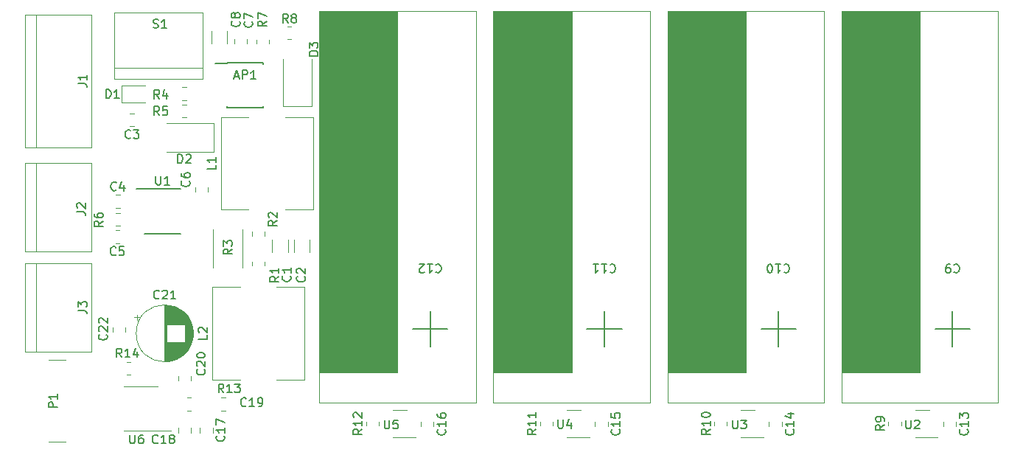
<source format=gbr>
%TF.GenerationSoftware,KiCad,Pcbnew,(6.0.7)*%
%TF.CreationDate,2022-08-08T03:33:59+08:00*%
%TF.ProjectId,Solar Charger,536f6c61-7220-4436-9861-726765722e6b,rev?*%
%TF.SameCoordinates,Original*%
%TF.FileFunction,Legend,Top*%
%TF.FilePolarity,Positive*%
%FSLAX46Y46*%
G04 Gerber Fmt 4.6, Leading zero omitted, Abs format (unit mm)*
G04 Created by KiCad (PCBNEW (6.0.7)) date 2022-08-08 03:33:59*
%MOMM*%
%LPD*%
G01*
G04 APERTURE LIST*
%ADD10C,0.150000*%
%ADD11C,0.120000*%
%ADD12C,0.200000*%
G04 APERTURE END LIST*
D10*
%TO.C,P1*%
X77902380Y-101988095D02*
X76902380Y-101988095D01*
X76902380Y-101607142D01*
X76950000Y-101511904D01*
X76997619Y-101464285D01*
X77092857Y-101416666D01*
X77235714Y-101416666D01*
X77330952Y-101464285D01*
X77378571Y-101511904D01*
X77426190Y-101607142D01*
X77426190Y-101988095D01*
X77902380Y-100464285D02*
X77902380Y-101035714D01*
X77902380Y-100750000D02*
X76902380Y-100750000D01*
X77045238Y-100845238D01*
X77140476Y-100940476D01*
X77188095Y-101035714D01*
%TO.C,R13*%
X97007142Y-100302380D02*
X96673809Y-99826190D01*
X96435714Y-100302380D02*
X96435714Y-99302380D01*
X96816666Y-99302380D01*
X96911904Y-99350000D01*
X96959523Y-99397619D01*
X97007142Y-99492857D01*
X97007142Y-99635714D01*
X96959523Y-99730952D01*
X96911904Y-99778571D01*
X96816666Y-99826190D01*
X96435714Y-99826190D01*
X97959523Y-100302380D02*
X97388095Y-100302380D01*
X97673809Y-100302380D02*
X97673809Y-99302380D01*
X97578571Y-99445238D01*
X97483333Y-99540476D01*
X97388095Y-99588095D01*
X98292857Y-99302380D02*
X98911904Y-99302380D01*
X98578571Y-99683333D01*
X98721428Y-99683333D01*
X98816666Y-99730952D01*
X98864285Y-99778571D01*
X98911904Y-99873809D01*
X98911904Y-100111904D01*
X98864285Y-100207142D01*
X98816666Y-100254761D01*
X98721428Y-100302380D01*
X98435714Y-100302380D01*
X98340476Y-100254761D01*
X98292857Y-100207142D01*
%TO.C,C14*%
X162449642Y-104542857D02*
X162497261Y-104590476D01*
X162544880Y-104733333D01*
X162544880Y-104828571D01*
X162497261Y-104971428D01*
X162402023Y-105066666D01*
X162306785Y-105114285D01*
X162116309Y-105161904D01*
X161973452Y-105161904D01*
X161782976Y-105114285D01*
X161687738Y-105066666D01*
X161592500Y-104971428D01*
X161544880Y-104828571D01*
X161544880Y-104733333D01*
X161592500Y-104590476D01*
X161640119Y-104542857D01*
X162544880Y-103590476D02*
X162544880Y-104161904D01*
X162544880Y-103876190D02*
X161544880Y-103876190D01*
X161687738Y-103971428D01*
X161782976Y-104066666D01*
X161830595Y-104161904D01*
X161878214Y-102733333D02*
X162544880Y-102733333D01*
X161497261Y-102971428D02*
X162211547Y-103209523D01*
X162211547Y-102590476D01*
%TO.C,C15*%
X142449642Y-104542857D02*
X142497261Y-104590476D01*
X142544880Y-104733333D01*
X142544880Y-104828571D01*
X142497261Y-104971428D01*
X142402023Y-105066666D01*
X142306785Y-105114285D01*
X142116309Y-105161904D01*
X141973452Y-105161904D01*
X141782976Y-105114285D01*
X141687738Y-105066666D01*
X141592500Y-104971428D01*
X141544880Y-104828571D01*
X141544880Y-104733333D01*
X141592500Y-104590476D01*
X141640119Y-104542857D01*
X142544880Y-103590476D02*
X142544880Y-104161904D01*
X142544880Y-103876190D02*
X141544880Y-103876190D01*
X141687738Y-103971428D01*
X141782976Y-104066666D01*
X141830595Y-104161904D01*
X141544880Y-102685714D02*
X141544880Y-103161904D01*
X142021071Y-103209523D01*
X141973452Y-103161904D01*
X141925833Y-103066666D01*
X141925833Y-102828571D01*
X141973452Y-102733333D01*
X142021071Y-102685714D01*
X142116309Y-102638095D01*
X142354404Y-102638095D01*
X142449642Y-102685714D01*
X142497261Y-102733333D01*
X142544880Y-102828571D01*
X142544880Y-103066666D01*
X142497261Y-103161904D01*
X142449642Y-103209523D01*
%TO.C,U6*%
X86238095Y-105152380D02*
X86238095Y-105961904D01*
X86285714Y-106057142D01*
X86333333Y-106104761D01*
X86428571Y-106152380D01*
X86619047Y-106152380D01*
X86714285Y-106104761D01*
X86761904Y-106057142D01*
X86809523Y-105961904D01*
X86809523Y-105152380D01*
X87714285Y-105152380D02*
X87523809Y-105152380D01*
X87428571Y-105200000D01*
X87380952Y-105247619D01*
X87285714Y-105390476D01*
X87238095Y-105580952D01*
X87238095Y-105961904D01*
X87285714Y-106057142D01*
X87333333Y-106104761D01*
X87428571Y-106152380D01*
X87619047Y-106152380D01*
X87714285Y-106104761D01*
X87761904Y-106057142D01*
X87809523Y-105961904D01*
X87809523Y-105723809D01*
X87761904Y-105628571D01*
X87714285Y-105580952D01*
X87619047Y-105533333D01*
X87428571Y-105533333D01*
X87333333Y-105580952D01*
X87285714Y-105628571D01*
X87238095Y-105723809D01*
%TO.C,R2*%
X103152380Y-80566666D02*
X102676190Y-80900000D01*
X103152380Y-81138095D02*
X102152380Y-81138095D01*
X102152380Y-80757142D01*
X102200000Y-80661904D01*
X102247619Y-80614285D01*
X102342857Y-80566666D01*
X102485714Y-80566666D01*
X102580952Y-80614285D01*
X102628571Y-80661904D01*
X102676190Y-80757142D01*
X102676190Y-81138095D01*
X102247619Y-80185714D02*
X102200000Y-80138095D01*
X102152380Y-80042857D01*
X102152380Y-79804761D01*
X102200000Y-79709523D01*
X102247619Y-79661904D01*
X102342857Y-79614285D01*
X102438095Y-79614285D01*
X102580952Y-79661904D01*
X103152380Y-80233333D01*
X103152380Y-79614285D01*
%TO.C,C10*%
X161392857Y-85642857D02*
X161440476Y-85595238D01*
X161583333Y-85547619D01*
X161678571Y-85547619D01*
X161821428Y-85595238D01*
X161916666Y-85690476D01*
X161964285Y-85785714D01*
X162011904Y-85976190D01*
X162011904Y-86119047D01*
X161964285Y-86309523D01*
X161916666Y-86404761D01*
X161821428Y-86500000D01*
X161678571Y-86547619D01*
X161583333Y-86547619D01*
X161440476Y-86500000D01*
X161392857Y-86452380D01*
X160440476Y-85547619D02*
X161011904Y-85547619D01*
X160726190Y-85547619D02*
X160726190Y-86547619D01*
X160821428Y-86404761D01*
X160916666Y-86309523D01*
X161011904Y-86261904D01*
X159821428Y-86547619D02*
X159726190Y-86547619D01*
X159630952Y-86500000D01*
X159583333Y-86452380D01*
X159535714Y-86357142D01*
X159488095Y-86166666D01*
X159488095Y-85928571D01*
X159535714Y-85738095D01*
X159583333Y-85642857D01*
X159630952Y-85595238D01*
X159726190Y-85547619D01*
X159821428Y-85547619D01*
X159916666Y-85595238D01*
X159964285Y-85642857D01*
X160011904Y-85738095D01*
X160059523Y-85928571D01*
X160059523Y-86166666D01*
X160011904Y-86357142D01*
X159964285Y-86452380D01*
X159916666Y-86500000D01*
X159821428Y-86547619D01*
%TO.C,J2*%
X80152380Y-79533333D02*
X80866666Y-79533333D01*
X81009523Y-79580952D01*
X81104761Y-79676190D01*
X81152380Y-79819047D01*
X81152380Y-79914285D01*
X80247619Y-79104761D02*
X80200000Y-79057142D01*
X80152380Y-78961904D01*
X80152380Y-78723809D01*
X80200000Y-78628571D01*
X80247619Y-78580952D01*
X80342857Y-78533333D01*
X80438095Y-78533333D01*
X80580952Y-78580952D01*
X81152380Y-79152380D01*
X81152380Y-78533333D01*
%TO.C,C11*%
X141392857Y-85642857D02*
X141440476Y-85595238D01*
X141583333Y-85547619D01*
X141678571Y-85547619D01*
X141821428Y-85595238D01*
X141916666Y-85690476D01*
X141964285Y-85785714D01*
X142011904Y-85976190D01*
X142011904Y-86119047D01*
X141964285Y-86309523D01*
X141916666Y-86404761D01*
X141821428Y-86500000D01*
X141678571Y-86547619D01*
X141583333Y-86547619D01*
X141440476Y-86500000D01*
X141392857Y-86452380D01*
X140440476Y-85547619D02*
X141011904Y-85547619D01*
X140726190Y-85547619D02*
X140726190Y-86547619D01*
X140821428Y-86404761D01*
X140916666Y-86309523D01*
X141011904Y-86261904D01*
X139488095Y-85547619D02*
X140059523Y-85547619D01*
X139773809Y-85547619D02*
X139773809Y-86547619D01*
X139869047Y-86404761D01*
X139964285Y-86309523D01*
X140059523Y-86261904D01*
%TO.C,R3*%
X98002380Y-83816666D02*
X97526190Y-84150000D01*
X98002380Y-84388095D02*
X97002380Y-84388095D01*
X97002380Y-84007142D01*
X97050000Y-83911904D01*
X97097619Y-83864285D01*
X97192857Y-83816666D01*
X97335714Y-83816666D01*
X97430952Y-83864285D01*
X97478571Y-83911904D01*
X97526190Y-84007142D01*
X97526190Y-84388095D01*
X97002380Y-83483333D02*
X97002380Y-82864285D01*
X97383333Y-83197619D01*
X97383333Y-83054761D01*
X97430952Y-82959523D01*
X97478571Y-82911904D01*
X97573809Y-82864285D01*
X97811904Y-82864285D01*
X97907142Y-82911904D01*
X97954761Y-82959523D01*
X98002380Y-83054761D01*
X98002380Y-83340476D01*
X97954761Y-83435714D01*
X97907142Y-83483333D01*
%TO.C,U2*%
X175388095Y-103452380D02*
X175388095Y-104261904D01*
X175435714Y-104357142D01*
X175483333Y-104404761D01*
X175578571Y-104452380D01*
X175769047Y-104452380D01*
X175864285Y-104404761D01*
X175911904Y-104357142D01*
X175959523Y-104261904D01*
X175959523Y-103452380D01*
X176388095Y-103547619D02*
X176435714Y-103500000D01*
X176530952Y-103452380D01*
X176769047Y-103452380D01*
X176864285Y-103500000D01*
X176911904Y-103547619D01*
X176959523Y-103642857D01*
X176959523Y-103738095D01*
X176911904Y-103880952D01*
X176340476Y-104452380D01*
X176959523Y-104452380D01*
%TO.C,U3*%
X155488095Y-103452380D02*
X155488095Y-104261904D01*
X155535714Y-104357142D01*
X155583333Y-104404761D01*
X155678571Y-104452380D01*
X155869047Y-104452380D01*
X155964285Y-104404761D01*
X156011904Y-104357142D01*
X156059523Y-104261904D01*
X156059523Y-103452380D01*
X156440476Y-103452380D02*
X157059523Y-103452380D01*
X156726190Y-103833333D01*
X156869047Y-103833333D01*
X156964285Y-103880952D01*
X157011904Y-103928571D01*
X157059523Y-104023809D01*
X157059523Y-104261904D01*
X157011904Y-104357142D01*
X156964285Y-104404761D01*
X156869047Y-104452380D01*
X156583333Y-104452380D01*
X156488095Y-104404761D01*
X156440476Y-104357142D01*
%TO.C,C19*%
X99607142Y-101807142D02*
X99559523Y-101854761D01*
X99416666Y-101902380D01*
X99321428Y-101902380D01*
X99178571Y-101854761D01*
X99083333Y-101759523D01*
X99035714Y-101664285D01*
X98988095Y-101473809D01*
X98988095Y-101330952D01*
X99035714Y-101140476D01*
X99083333Y-101045238D01*
X99178571Y-100950000D01*
X99321428Y-100902380D01*
X99416666Y-100902380D01*
X99559523Y-100950000D01*
X99607142Y-100997619D01*
X100559523Y-101902380D02*
X99988095Y-101902380D01*
X100273809Y-101902380D02*
X100273809Y-100902380D01*
X100178571Y-101045238D01*
X100083333Y-101140476D01*
X99988095Y-101188095D01*
X101035714Y-101902380D02*
X101226190Y-101902380D01*
X101321428Y-101854761D01*
X101369047Y-101807142D01*
X101464285Y-101664285D01*
X101511904Y-101473809D01*
X101511904Y-101092857D01*
X101464285Y-100997619D01*
X101416666Y-100950000D01*
X101321428Y-100902380D01*
X101130952Y-100902380D01*
X101035714Y-100950000D01*
X100988095Y-100997619D01*
X100940476Y-101092857D01*
X100940476Y-101330952D01*
X100988095Y-101426190D01*
X101035714Y-101473809D01*
X101130952Y-101521428D01*
X101321428Y-101521428D01*
X101416666Y-101473809D01*
X101464285Y-101426190D01*
X101511904Y-101330952D01*
%TO.C,R6*%
X83152380Y-80616666D02*
X82676190Y-80950000D01*
X83152380Y-81188095D02*
X82152380Y-81188095D01*
X82152380Y-80807142D01*
X82200000Y-80711904D01*
X82247619Y-80664285D01*
X82342857Y-80616666D01*
X82485714Y-80616666D01*
X82580952Y-80664285D01*
X82628571Y-80711904D01*
X82676190Y-80807142D01*
X82676190Y-81188095D01*
X82152380Y-79759523D02*
X82152380Y-79950000D01*
X82200000Y-80045238D01*
X82247619Y-80092857D01*
X82390476Y-80188095D01*
X82580952Y-80235714D01*
X82961904Y-80235714D01*
X83057142Y-80188095D01*
X83104761Y-80140476D01*
X83152380Y-80045238D01*
X83152380Y-79854761D01*
X83104761Y-79759523D01*
X83057142Y-79711904D01*
X82961904Y-79664285D01*
X82723809Y-79664285D01*
X82628571Y-79711904D01*
X82580952Y-79759523D01*
X82533333Y-79854761D01*
X82533333Y-80045238D01*
X82580952Y-80140476D01*
X82628571Y-80188095D01*
X82723809Y-80235714D01*
%TO.C,R10*%
X152914880Y-104492857D02*
X152438690Y-104826190D01*
X152914880Y-105064285D02*
X151914880Y-105064285D01*
X151914880Y-104683333D01*
X151962500Y-104588095D01*
X152010119Y-104540476D01*
X152105357Y-104492857D01*
X152248214Y-104492857D01*
X152343452Y-104540476D01*
X152391071Y-104588095D01*
X152438690Y-104683333D01*
X152438690Y-105064285D01*
X152914880Y-103540476D02*
X152914880Y-104111904D01*
X152914880Y-103826190D02*
X151914880Y-103826190D01*
X152057738Y-103921428D01*
X152152976Y-104016666D01*
X152200595Y-104111904D01*
X151914880Y-102921428D02*
X151914880Y-102826190D01*
X151962500Y-102730952D01*
X152010119Y-102683333D01*
X152105357Y-102635714D01*
X152295833Y-102588095D01*
X152533928Y-102588095D01*
X152724404Y-102635714D01*
X152819642Y-102683333D01*
X152867261Y-102730952D01*
X152914880Y-102826190D01*
X152914880Y-102921428D01*
X152867261Y-103016666D01*
X152819642Y-103064285D01*
X152724404Y-103111904D01*
X152533928Y-103159523D01*
X152295833Y-103159523D01*
X152105357Y-103111904D01*
X152010119Y-103064285D01*
X151962500Y-103016666D01*
X151914880Y-102921428D01*
%TO.C,D2*%
X91761904Y-73952380D02*
X91761904Y-72952380D01*
X92000000Y-72952380D01*
X92142857Y-73000000D01*
X92238095Y-73095238D01*
X92285714Y-73190476D01*
X92333333Y-73380952D01*
X92333333Y-73523809D01*
X92285714Y-73714285D01*
X92238095Y-73809523D01*
X92142857Y-73904761D01*
X92000000Y-73952380D01*
X91761904Y-73952380D01*
X92714285Y-73047619D02*
X92761904Y-73000000D01*
X92857142Y-72952380D01*
X93095238Y-72952380D01*
X93190476Y-73000000D01*
X93238095Y-73047619D01*
X93285714Y-73142857D01*
X93285714Y-73238095D01*
X93238095Y-73380952D01*
X92666666Y-73952380D01*
X93285714Y-73952380D01*
%TO.C,L1*%
X96102380Y-74166666D02*
X96102380Y-74642857D01*
X95102380Y-74642857D01*
X96102380Y-73309523D02*
X96102380Y-73880952D01*
X96102380Y-73595238D02*
X95102380Y-73595238D01*
X95245238Y-73690476D01*
X95340476Y-73785714D01*
X95388095Y-73880952D01*
%TO.C,R12*%
X112914880Y-104492857D02*
X112438690Y-104826190D01*
X112914880Y-105064285D02*
X111914880Y-105064285D01*
X111914880Y-104683333D01*
X111962500Y-104588095D01*
X112010119Y-104540476D01*
X112105357Y-104492857D01*
X112248214Y-104492857D01*
X112343452Y-104540476D01*
X112391071Y-104588095D01*
X112438690Y-104683333D01*
X112438690Y-105064285D01*
X112914880Y-103540476D02*
X112914880Y-104111904D01*
X112914880Y-103826190D02*
X111914880Y-103826190D01*
X112057738Y-103921428D01*
X112152976Y-104016666D01*
X112200595Y-104111904D01*
X112010119Y-103159523D02*
X111962500Y-103111904D01*
X111914880Y-103016666D01*
X111914880Y-102778571D01*
X111962500Y-102683333D01*
X112010119Y-102635714D01*
X112105357Y-102588095D01*
X112200595Y-102588095D01*
X112343452Y-102635714D01*
X112914880Y-103207142D01*
X112914880Y-102588095D01*
%TO.C,C8*%
X98807142Y-57666666D02*
X98854761Y-57714285D01*
X98902380Y-57857142D01*
X98902380Y-57952380D01*
X98854761Y-58095238D01*
X98759523Y-58190476D01*
X98664285Y-58238095D01*
X98473809Y-58285714D01*
X98330952Y-58285714D01*
X98140476Y-58238095D01*
X98045238Y-58190476D01*
X97950000Y-58095238D01*
X97902380Y-57952380D01*
X97902380Y-57857142D01*
X97950000Y-57714285D01*
X97997619Y-57666666D01*
X98330952Y-57095238D02*
X98283333Y-57190476D01*
X98235714Y-57238095D01*
X98140476Y-57285714D01*
X98092857Y-57285714D01*
X97997619Y-57238095D01*
X97950000Y-57190476D01*
X97902380Y-57095238D01*
X97902380Y-56904761D01*
X97950000Y-56809523D01*
X97997619Y-56761904D01*
X98092857Y-56714285D01*
X98140476Y-56714285D01*
X98235714Y-56761904D01*
X98283333Y-56809523D01*
X98330952Y-56904761D01*
X98330952Y-57095238D01*
X98378571Y-57190476D01*
X98426190Y-57238095D01*
X98521428Y-57285714D01*
X98711904Y-57285714D01*
X98807142Y-57238095D01*
X98854761Y-57190476D01*
X98902380Y-57095238D01*
X98902380Y-56904761D01*
X98854761Y-56809523D01*
X98807142Y-56761904D01*
X98711904Y-56714285D01*
X98521428Y-56714285D01*
X98426190Y-56761904D01*
X98378571Y-56809523D01*
X98330952Y-56904761D01*
%TO.C,S1*%
X88938095Y-58404761D02*
X89080952Y-58452380D01*
X89319047Y-58452380D01*
X89414285Y-58404761D01*
X89461904Y-58357142D01*
X89509523Y-58261904D01*
X89509523Y-58166666D01*
X89461904Y-58071428D01*
X89414285Y-58023809D01*
X89319047Y-57976190D01*
X89128571Y-57928571D01*
X89033333Y-57880952D01*
X88985714Y-57833333D01*
X88938095Y-57738095D01*
X88938095Y-57642857D01*
X88985714Y-57547619D01*
X89033333Y-57500000D01*
X89128571Y-57452380D01*
X89366666Y-57452380D01*
X89509523Y-57500000D01*
X90461904Y-58452380D02*
X89890476Y-58452380D01*
X90176190Y-58452380D02*
X90176190Y-57452380D01*
X90080952Y-57595238D01*
X89985714Y-57690476D01*
X89890476Y-57738095D01*
%TO.C,C9*%
X180916666Y-85642857D02*
X180964285Y-85595238D01*
X181107142Y-85547619D01*
X181202380Y-85547619D01*
X181345238Y-85595238D01*
X181440476Y-85690476D01*
X181488095Y-85785714D01*
X181535714Y-85976190D01*
X181535714Y-86119047D01*
X181488095Y-86309523D01*
X181440476Y-86404761D01*
X181345238Y-86500000D01*
X181202380Y-86547619D01*
X181107142Y-86547619D01*
X180964285Y-86500000D01*
X180916666Y-86452380D01*
X180440476Y-85547619D02*
X180250000Y-85547619D01*
X180154761Y-85595238D01*
X180107142Y-85642857D01*
X180011904Y-85785714D01*
X179964285Y-85976190D01*
X179964285Y-86357142D01*
X180011904Y-86452380D01*
X180059523Y-86500000D01*
X180154761Y-86547619D01*
X180345238Y-86547619D01*
X180440476Y-86500000D01*
X180488095Y-86452380D01*
X180535714Y-86357142D01*
X180535714Y-86119047D01*
X180488095Y-86023809D01*
X180440476Y-85976190D01*
X180345238Y-85928571D01*
X180154761Y-85928571D01*
X180059523Y-85976190D01*
X180011904Y-86023809D01*
X179964285Y-86119047D01*
%TO.C,C5*%
X84633333Y-84457142D02*
X84585714Y-84504761D01*
X84442857Y-84552380D01*
X84347619Y-84552380D01*
X84204761Y-84504761D01*
X84109523Y-84409523D01*
X84061904Y-84314285D01*
X84014285Y-84123809D01*
X84014285Y-83980952D01*
X84061904Y-83790476D01*
X84109523Y-83695238D01*
X84204761Y-83600000D01*
X84347619Y-83552380D01*
X84442857Y-83552380D01*
X84585714Y-83600000D01*
X84633333Y-83647619D01*
X85538095Y-83552380D02*
X85061904Y-83552380D01*
X85014285Y-84028571D01*
X85061904Y-83980952D01*
X85157142Y-83933333D01*
X85395238Y-83933333D01*
X85490476Y-83980952D01*
X85538095Y-84028571D01*
X85585714Y-84123809D01*
X85585714Y-84361904D01*
X85538095Y-84457142D01*
X85490476Y-84504761D01*
X85395238Y-84552380D01*
X85157142Y-84552380D01*
X85061904Y-84504761D01*
X85014285Y-84457142D01*
%TO.C,C7*%
X100257142Y-57716666D02*
X100304761Y-57764285D01*
X100352380Y-57907142D01*
X100352380Y-58002380D01*
X100304761Y-58145238D01*
X100209523Y-58240476D01*
X100114285Y-58288095D01*
X99923809Y-58335714D01*
X99780952Y-58335714D01*
X99590476Y-58288095D01*
X99495238Y-58240476D01*
X99400000Y-58145238D01*
X99352380Y-58002380D01*
X99352380Y-57907142D01*
X99400000Y-57764285D01*
X99447619Y-57716666D01*
X99352380Y-57383333D02*
X99352380Y-56716666D01*
X100352380Y-57145238D01*
%TO.C,L2*%
X95102380Y-93666666D02*
X95102380Y-94142857D01*
X94102380Y-94142857D01*
X94197619Y-93380952D02*
X94150000Y-93333333D01*
X94102380Y-93238095D01*
X94102380Y-93000000D01*
X94150000Y-92904761D01*
X94197619Y-92857142D01*
X94292857Y-92809523D01*
X94388095Y-92809523D01*
X94530952Y-92857142D01*
X95102380Y-93428571D01*
X95102380Y-92809523D01*
%TO.C,C18*%
X89457142Y-106057142D02*
X89409523Y-106104761D01*
X89266666Y-106152380D01*
X89171428Y-106152380D01*
X89028571Y-106104761D01*
X88933333Y-106009523D01*
X88885714Y-105914285D01*
X88838095Y-105723809D01*
X88838095Y-105580952D01*
X88885714Y-105390476D01*
X88933333Y-105295238D01*
X89028571Y-105200000D01*
X89171428Y-105152380D01*
X89266666Y-105152380D01*
X89409523Y-105200000D01*
X89457142Y-105247619D01*
X90409523Y-106152380D02*
X89838095Y-106152380D01*
X90123809Y-106152380D02*
X90123809Y-105152380D01*
X90028571Y-105295238D01*
X89933333Y-105390476D01*
X89838095Y-105438095D01*
X90980952Y-105580952D02*
X90885714Y-105533333D01*
X90838095Y-105485714D01*
X90790476Y-105390476D01*
X90790476Y-105342857D01*
X90838095Y-105247619D01*
X90885714Y-105200000D01*
X90980952Y-105152380D01*
X91171428Y-105152380D01*
X91266666Y-105200000D01*
X91314285Y-105247619D01*
X91361904Y-105342857D01*
X91361904Y-105390476D01*
X91314285Y-105485714D01*
X91266666Y-105533333D01*
X91171428Y-105580952D01*
X90980952Y-105580952D01*
X90885714Y-105628571D01*
X90838095Y-105676190D01*
X90790476Y-105771428D01*
X90790476Y-105961904D01*
X90838095Y-106057142D01*
X90885714Y-106104761D01*
X90980952Y-106152380D01*
X91171428Y-106152380D01*
X91266666Y-106104761D01*
X91314285Y-106057142D01*
X91361904Y-105961904D01*
X91361904Y-105771428D01*
X91314285Y-105676190D01*
X91266666Y-105628571D01*
X91171428Y-105580952D01*
%TO.C,C1*%
X104657142Y-86916666D02*
X104704761Y-86964285D01*
X104752380Y-87107142D01*
X104752380Y-87202380D01*
X104704761Y-87345238D01*
X104609523Y-87440476D01*
X104514285Y-87488095D01*
X104323809Y-87535714D01*
X104180952Y-87535714D01*
X103990476Y-87488095D01*
X103895238Y-87440476D01*
X103800000Y-87345238D01*
X103752380Y-87202380D01*
X103752380Y-87107142D01*
X103800000Y-86964285D01*
X103847619Y-86916666D01*
X104752380Y-85964285D02*
X104752380Y-86535714D01*
X104752380Y-86250000D02*
X103752380Y-86250000D01*
X103895238Y-86345238D01*
X103990476Y-86440476D01*
X104038095Y-86535714D01*
%TO.C,U4*%
X135438095Y-103402380D02*
X135438095Y-104211904D01*
X135485714Y-104307142D01*
X135533333Y-104354761D01*
X135628571Y-104402380D01*
X135819047Y-104402380D01*
X135914285Y-104354761D01*
X135961904Y-104307142D01*
X136009523Y-104211904D01*
X136009523Y-103402380D01*
X136914285Y-103735714D02*
X136914285Y-104402380D01*
X136676190Y-103354761D02*
X136438095Y-104069047D01*
X137057142Y-104069047D01*
%TO.C,AP1*%
X98285714Y-64016666D02*
X98761904Y-64016666D01*
X98190476Y-64302380D02*
X98523809Y-63302380D01*
X98857142Y-64302380D01*
X99190476Y-64302380D02*
X99190476Y-63302380D01*
X99571428Y-63302380D01*
X99666666Y-63350000D01*
X99714285Y-63397619D01*
X99761904Y-63492857D01*
X99761904Y-63635714D01*
X99714285Y-63730952D01*
X99666666Y-63778571D01*
X99571428Y-63826190D01*
X99190476Y-63826190D01*
X100714285Y-64302380D02*
X100142857Y-64302380D01*
X100428571Y-64302380D02*
X100428571Y-63302380D01*
X100333333Y-63445238D01*
X100238095Y-63540476D01*
X100142857Y-63588095D01*
%TO.C,C21*%
X89607142Y-89457142D02*
X89559523Y-89504761D01*
X89416666Y-89552380D01*
X89321428Y-89552380D01*
X89178571Y-89504761D01*
X89083333Y-89409523D01*
X89035714Y-89314285D01*
X88988095Y-89123809D01*
X88988095Y-88980952D01*
X89035714Y-88790476D01*
X89083333Y-88695238D01*
X89178571Y-88600000D01*
X89321428Y-88552380D01*
X89416666Y-88552380D01*
X89559523Y-88600000D01*
X89607142Y-88647619D01*
X89988095Y-88647619D02*
X90035714Y-88600000D01*
X90130952Y-88552380D01*
X90369047Y-88552380D01*
X90464285Y-88600000D01*
X90511904Y-88647619D01*
X90559523Y-88742857D01*
X90559523Y-88838095D01*
X90511904Y-88980952D01*
X89940476Y-89552380D01*
X90559523Y-89552380D01*
X91511904Y-89552380D02*
X90940476Y-89552380D01*
X91226190Y-89552380D02*
X91226190Y-88552380D01*
X91130952Y-88695238D01*
X91035714Y-88790476D01*
X90940476Y-88838095D01*
%TO.C,C20*%
X94807142Y-97642857D02*
X94854761Y-97690476D01*
X94902380Y-97833333D01*
X94902380Y-97928571D01*
X94854761Y-98071428D01*
X94759523Y-98166666D01*
X94664285Y-98214285D01*
X94473809Y-98261904D01*
X94330952Y-98261904D01*
X94140476Y-98214285D01*
X94045238Y-98166666D01*
X93950000Y-98071428D01*
X93902380Y-97928571D01*
X93902380Y-97833333D01*
X93950000Y-97690476D01*
X93997619Y-97642857D01*
X93997619Y-97261904D02*
X93950000Y-97214285D01*
X93902380Y-97119047D01*
X93902380Y-96880952D01*
X93950000Y-96785714D01*
X93997619Y-96738095D01*
X94092857Y-96690476D01*
X94188095Y-96690476D01*
X94330952Y-96738095D01*
X94902380Y-97309523D01*
X94902380Y-96690476D01*
X93902380Y-96071428D02*
X93902380Y-95976190D01*
X93950000Y-95880952D01*
X93997619Y-95833333D01*
X94092857Y-95785714D01*
X94283333Y-95738095D01*
X94521428Y-95738095D01*
X94711904Y-95785714D01*
X94807142Y-95833333D01*
X94854761Y-95880952D01*
X94902380Y-95976190D01*
X94902380Y-96071428D01*
X94854761Y-96166666D01*
X94807142Y-96214285D01*
X94711904Y-96261904D01*
X94521428Y-96309523D01*
X94283333Y-96309523D01*
X94092857Y-96261904D01*
X93997619Y-96214285D01*
X93950000Y-96166666D01*
X93902380Y-96071428D01*
%TO.C,C16*%
X122449642Y-104542857D02*
X122497261Y-104590476D01*
X122544880Y-104733333D01*
X122544880Y-104828571D01*
X122497261Y-104971428D01*
X122402023Y-105066666D01*
X122306785Y-105114285D01*
X122116309Y-105161904D01*
X121973452Y-105161904D01*
X121782976Y-105114285D01*
X121687738Y-105066666D01*
X121592500Y-104971428D01*
X121544880Y-104828571D01*
X121544880Y-104733333D01*
X121592500Y-104590476D01*
X121640119Y-104542857D01*
X122544880Y-103590476D02*
X122544880Y-104161904D01*
X122544880Y-103876190D02*
X121544880Y-103876190D01*
X121687738Y-103971428D01*
X121782976Y-104066666D01*
X121830595Y-104161904D01*
X121544880Y-102733333D02*
X121544880Y-102923809D01*
X121592500Y-103019047D01*
X121640119Y-103066666D01*
X121782976Y-103161904D01*
X121973452Y-103209523D01*
X122354404Y-103209523D01*
X122449642Y-103161904D01*
X122497261Y-103114285D01*
X122544880Y-103019047D01*
X122544880Y-102828571D01*
X122497261Y-102733333D01*
X122449642Y-102685714D01*
X122354404Y-102638095D01*
X122116309Y-102638095D01*
X122021071Y-102685714D01*
X121973452Y-102733333D01*
X121925833Y-102828571D01*
X121925833Y-103019047D01*
X121973452Y-103114285D01*
X122021071Y-103161904D01*
X122116309Y-103209523D01*
%TO.C,R4*%
X89633333Y-66552380D02*
X89300000Y-66076190D01*
X89061904Y-66552380D02*
X89061904Y-65552380D01*
X89442857Y-65552380D01*
X89538095Y-65600000D01*
X89585714Y-65647619D01*
X89633333Y-65742857D01*
X89633333Y-65885714D01*
X89585714Y-65980952D01*
X89538095Y-66028571D01*
X89442857Y-66076190D01*
X89061904Y-66076190D01*
X90490476Y-65885714D02*
X90490476Y-66552380D01*
X90252380Y-65504761D02*
X90014285Y-66219047D01*
X90633333Y-66219047D01*
%TO.C,C2*%
X106307142Y-86966666D02*
X106354761Y-87014285D01*
X106402380Y-87157142D01*
X106402380Y-87252380D01*
X106354761Y-87395238D01*
X106259523Y-87490476D01*
X106164285Y-87538095D01*
X105973809Y-87585714D01*
X105830952Y-87585714D01*
X105640476Y-87538095D01*
X105545238Y-87490476D01*
X105450000Y-87395238D01*
X105402380Y-87252380D01*
X105402380Y-87157142D01*
X105450000Y-87014285D01*
X105497619Y-86966666D01*
X105497619Y-86585714D02*
X105450000Y-86538095D01*
X105402380Y-86442857D01*
X105402380Y-86204761D01*
X105450000Y-86109523D01*
X105497619Y-86061904D01*
X105592857Y-86014285D01*
X105688095Y-86014285D01*
X105830952Y-86061904D01*
X106402380Y-86633333D01*
X106402380Y-86014285D01*
%TO.C,J3*%
X80302380Y-90873333D02*
X81016666Y-90873333D01*
X81159523Y-90920952D01*
X81254761Y-91016190D01*
X81302380Y-91159047D01*
X81302380Y-91254285D01*
X80302380Y-90492380D02*
X80302380Y-89873333D01*
X80683333Y-90206666D01*
X80683333Y-90063809D01*
X80730952Y-89968571D01*
X80778571Y-89920952D01*
X80873809Y-89873333D01*
X81111904Y-89873333D01*
X81207142Y-89920952D01*
X81254761Y-89968571D01*
X81302380Y-90063809D01*
X81302380Y-90349523D01*
X81254761Y-90444761D01*
X81207142Y-90492380D01*
%TO.C,C4*%
X84683333Y-77027142D02*
X84635714Y-77074761D01*
X84492857Y-77122380D01*
X84397619Y-77122380D01*
X84254761Y-77074761D01*
X84159523Y-76979523D01*
X84111904Y-76884285D01*
X84064285Y-76693809D01*
X84064285Y-76550952D01*
X84111904Y-76360476D01*
X84159523Y-76265238D01*
X84254761Y-76170000D01*
X84397619Y-76122380D01*
X84492857Y-76122380D01*
X84635714Y-76170000D01*
X84683333Y-76217619D01*
X85540476Y-76455714D02*
X85540476Y-77122380D01*
X85302380Y-76074761D02*
X85064285Y-76789047D01*
X85683333Y-76789047D01*
%TO.C,R5*%
X89633333Y-68452380D02*
X89300000Y-67976190D01*
X89061904Y-68452380D02*
X89061904Y-67452380D01*
X89442857Y-67452380D01*
X89538095Y-67500000D01*
X89585714Y-67547619D01*
X89633333Y-67642857D01*
X89633333Y-67785714D01*
X89585714Y-67880952D01*
X89538095Y-67928571D01*
X89442857Y-67976190D01*
X89061904Y-67976190D01*
X90538095Y-67452380D02*
X90061904Y-67452380D01*
X90014285Y-67928571D01*
X90061904Y-67880952D01*
X90157142Y-67833333D01*
X90395238Y-67833333D01*
X90490476Y-67880952D01*
X90538095Y-67928571D01*
X90585714Y-68023809D01*
X90585714Y-68261904D01*
X90538095Y-68357142D01*
X90490476Y-68404761D01*
X90395238Y-68452380D01*
X90157142Y-68452380D01*
X90061904Y-68404761D01*
X90014285Y-68357142D01*
%TO.C,U5*%
X115488095Y-103452380D02*
X115488095Y-104261904D01*
X115535714Y-104357142D01*
X115583333Y-104404761D01*
X115678571Y-104452380D01*
X115869047Y-104452380D01*
X115964285Y-104404761D01*
X116011904Y-104357142D01*
X116059523Y-104261904D01*
X116059523Y-103452380D01*
X117011904Y-103452380D02*
X116535714Y-103452380D01*
X116488095Y-103928571D01*
X116535714Y-103880952D01*
X116630952Y-103833333D01*
X116869047Y-103833333D01*
X116964285Y-103880952D01*
X117011904Y-103928571D01*
X117059523Y-104023809D01*
X117059523Y-104261904D01*
X117011904Y-104357142D01*
X116964285Y-104404761D01*
X116869047Y-104452380D01*
X116630952Y-104452380D01*
X116535714Y-104404761D01*
X116488095Y-104357142D01*
%TO.C,R11*%
X132914880Y-104492857D02*
X132438690Y-104826190D01*
X132914880Y-105064285D02*
X131914880Y-105064285D01*
X131914880Y-104683333D01*
X131962500Y-104588095D01*
X132010119Y-104540476D01*
X132105357Y-104492857D01*
X132248214Y-104492857D01*
X132343452Y-104540476D01*
X132391071Y-104588095D01*
X132438690Y-104683333D01*
X132438690Y-105064285D01*
X132914880Y-103540476D02*
X132914880Y-104111904D01*
X132914880Y-103826190D02*
X131914880Y-103826190D01*
X132057738Y-103921428D01*
X132152976Y-104016666D01*
X132200595Y-104111904D01*
X132914880Y-102588095D02*
X132914880Y-103159523D01*
X132914880Y-102873809D02*
X131914880Y-102873809D01*
X132057738Y-102969047D01*
X132152976Y-103064285D01*
X132200595Y-103159523D01*
%TO.C,D3*%
X107852380Y-61638095D02*
X106852380Y-61638095D01*
X106852380Y-61400000D01*
X106900000Y-61257142D01*
X106995238Y-61161904D01*
X107090476Y-61114285D01*
X107280952Y-61066666D01*
X107423809Y-61066666D01*
X107614285Y-61114285D01*
X107709523Y-61161904D01*
X107804761Y-61257142D01*
X107852380Y-61400000D01*
X107852380Y-61638095D01*
X106852380Y-60733333D02*
X106852380Y-60114285D01*
X107233333Y-60447619D01*
X107233333Y-60304761D01*
X107280952Y-60209523D01*
X107328571Y-60161904D01*
X107423809Y-60114285D01*
X107661904Y-60114285D01*
X107757142Y-60161904D01*
X107804761Y-60209523D01*
X107852380Y-60304761D01*
X107852380Y-60590476D01*
X107804761Y-60685714D01*
X107757142Y-60733333D01*
%TO.C,R7*%
X101952380Y-57666666D02*
X101476190Y-58000000D01*
X101952380Y-58238095D02*
X100952380Y-58238095D01*
X100952380Y-57857142D01*
X101000000Y-57761904D01*
X101047619Y-57714285D01*
X101142857Y-57666666D01*
X101285714Y-57666666D01*
X101380952Y-57714285D01*
X101428571Y-57761904D01*
X101476190Y-57857142D01*
X101476190Y-58238095D01*
X100952380Y-57333333D02*
X100952380Y-56666666D01*
X101952380Y-57095238D01*
%TO.C,C6*%
X93057142Y-76016666D02*
X93104761Y-76064285D01*
X93152380Y-76207142D01*
X93152380Y-76302380D01*
X93104761Y-76445238D01*
X93009523Y-76540476D01*
X92914285Y-76588095D01*
X92723809Y-76635714D01*
X92580952Y-76635714D01*
X92390476Y-76588095D01*
X92295238Y-76540476D01*
X92200000Y-76445238D01*
X92152380Y-76302380D01*
X92152380Y-76207142D01*
X92200000Y-76064285D01*
X92247619Y-76016666D01*
X92152380Y-75159523D02*
X92152380Y-75350000D01*
X92200000Y-75445238D01*
X92247619Y-75492857D01*
X92390476Y-75588095D01*
X92580952Y-75635714D01*
X92961904Y-75635714D01*
X93057142Y-75588095D01*
X93104761Y-75540476D01*
X93152380Y-75445238D01*
X93152380Y-75254761D01*
X93104761Y-75159523D01*
X93057142Y-75111904D01*
X92961904Y-75064285D01*
X92723809Y-75064285D01*
X92628571Y-75111904D01*
X92580952Y-75159523D01*
X92533333Y-75254761D01*
X92533333Y-75445238D01*
X92580952Y-75540476D01*
X92628571Y-75588095D01*
X92723809Y-75635714D01*
%TO.C,D1*%
X83511904Y-66502380D02*
X83511904Y-65502380D01*
X83750000Y-65502380D01*
X83892857Y-65550000D01*
X83988095Y-65645238D01*
X84035714Y-65740476D01*
X84083333Y-65930952D01*
X84083333Y-66073809D01*
X84035714Y-66264285D01*
X83988095Y-66359523D01*
X83892857Y-66454761D01*
X83750000Y-66502380D01*
X83511904Y-66502380D01*
X85035714Y-66502380D02*
X84464285Y-66502380D01*
X84750000Y-66502380D02*
X84750000Y-65502380D01*
X84654761Y-65645238D01*
X84559523Y-65740476D01*
X84464285Y-65788095D01*
%TO.C,J1*%
X80302380Y-64833333D02*
X81016666Y-64833333D01*
X81159523Y-64880952D01*
X81254761Y-64976190D01*
X81302380Y-65119047D01*
X81302380Y-65214285D01*
X81302380Y-63833333D02*
X81302380Y-64404761D01*
X81302380Y-64119047D02*
X80302380Y-64119047D01*
X80445238Y-64214285D01*
X80540476Y-64309523D01*
X80588095Y-64404761D01*
%TO.C,R14*%
X85307142Y-96252380D02*
X84973809Y-95776190D01*
X84735714Y-96252380D02*
X84735714Y-95252380D01*
X85116666Y-95252380D01*
X85211904Y-95300000D01*
X85259523Y-95347619D01*
X85307142Y-95442857D01*
X85307142Y-95585714D01*
X85259523Y-95680952D01*
X85211904Y-95728571D01*
X85116666Y-95776190D01*
X84735714Y-95776190D01*
X86259523Y-96252380D02*
X85688095Y-96252380D01*
X85973809Y-96252380D02*
X85973809Y-95252380D01*
X85878571Y-95395238D01*
X85783333Y-95490476D01*
X85688095Y-95538095D01*
X87116666Y-95585714D02*
X87116666Y-96252380D01*
X86878571Y-95204761D02*
X86640476Y-95919047D01*
X87259523Y-95919047D01*
%TO.C,C22*%
X83557142Y-93642857D02*
X83604761Y-93690476D01*
X83652380Y-93833333D01*
X83652380Y-93928571D01*
X83604761Y-94071428D01*
X83509523Y-94166666D01*
X83414285Y-94214285D01*
X83223809Y-94261904D01*
X83080952Y-94261904D01*
X82890476Y-94214285D01*
X82795238Y-94166666D01*
X82700000Y-94071428D01*
X82652380Y-93928571D01*
X82652380Y-93833333D01*
X82700000Y-93690476D01*
X82747619Y-93642857D01*
X82747619Y-93261904D02*
X82700000Y-93214285D01*
X82652380Y-93119047D01*
X82652380Y-92880952D01*
X82700000Y-92785714D01*
X82747619Y-92738095D01*
X82842857Y-92690476D01*
X82938095Y-92690476D01*
X83080952Y-92738095D01*
X83652380Y-93309523D01*
X83652380Y-92690476D01*
X82747619Y-92309523D02*
X82700000Y-92261904D01*
X82652380Y-92166666D01*
X82652380Y-91928571D01*
X82700000Y-91833333D01*
X82747619Y-91785714D01*
X82842857Y-91738095D01*
X82938095Y-91738095D01*
X83080952Y-91785714D01*
X83652380Y-92357142D01*
X83652380Y-91738095D01*
%TO.C,C3*%
X86333333Y-71037142D02*
X86285714Y-71084761D01*
X86142857Y-71132380D01*
X86047619Y-71132380D01*
X85904761Y-71084761D01*
X85809523Y-70989523D01*
X85761904Y-70894285D01*
X85714285Y-70703809D01*
X85714285Y-70560952D01*
X85761904Y-70370476D01*
X85809523Y-70275238D01*
X85904761Y-70180000D01*
X86047619Y-70132380D01*
X86142857Y-70132380D01*
X86285714Y-70180000D01*
X86333333Y-70227619D01*
X86666666Y-70132380D02*
X87285714Y-70132380D01*
X86952380Y-70513333D01*
X87095238Y-70513333D01*
X87190476Y-70560952D01*
X87238095Y-70608571D01*
X87285714Y-70703809D01*
X87285714Y-70941904D01*
X87238095Y-71037142D01*
X87190476Y-71084761D01*
X87095238Y-71132380D01*
X86809523Y-71132380D01*
X86714285Y-71084761D01*
X86666666Y-71037142D01*
%TO.C,C12*%
X121392857Y-85642857D02*
X121440476Y-85595238D01*
X121583333Y-85547619D01*
X121678571Y-85547619D01*
X121821428Y-85595238D01*
X121916666Y-85690476D01*
X121964285Y-85785714D01*
X122011904Y-85976190D01*
X122011904Y-86119047D01*
X121964285Y-86309523D01*
X121916666Y-86404761D01*
X121821428Y-86500000D01*
X121678571Y-86547619D01*
X121583333Y-86547619D01*
X121440476Y-86500000D01*
X121392857Y-86452380D01*
X120440476Y-85547619D02*
X121011904Y-85547619D01*
X120726190Y-85547619D02*
X120726190Y-86547619D01*
X120821428Y-86404761D01*
X120916666Y-86309523D01*
X121011904Y-86261904D01*
X120059523Y-86452380D02*
X120011904Y-86500000D01*
X119916666Y-86547619D01*
X119678571Y-86547619D01*
X119583333Y-86500000D01*
X119535714Y-86452380D01*
X119488095Y-86357142D01*
X119488095Y-86261904D01*
X119535714Y-86119047D01*
X120107142Y-85547619D01*
X119488095Y-85547619D01*
%TO.C,R9*%
X172914880Y-104016666D02*
X172438690Y-104350000D01*
X172914880Y-104588095D02*
X171914880Y-104588095D01*
X171914880Y-104207142D01*
X171962500Y-104111904D01*
X172010119Y-104064285D01*
X172105357Y-104016666D01*
X172248214Y-104016666D01*
X172343452Y-104064285D01*
X172391071Y-104111904D01*
X172438690Y-104207142D01*
X172438690Y-104588095D01*
X172914880Y-103540476D02*
X172914880Y-103350000D01*
X172867261Y-103254761D01*
X172819642Y-103207142D01*
X172676785Y-103111904D01*
X172486309Y-103064285D01*
X172105357Y-103064285D01*
X172010119Y-103111904D01*
X171962500Y-103159523D01*
X171914880Y-103254761D01*
X171914880Y-103445238D01*
X171962500Y-103540476D01*
X172010119Y-103588095D01*
X172105357Y-103635714D01*
X172343452Y-103635714D01*
X172438690Y-103588095D01*
X172486309Y-103540476D01*
X172533928Y-103445238D01*
X172533928Y-103254761D01*
X172486309Y-103159523D01*
X172438690Y-103111904D01*
X172343452Y-103064285D01*
%TO.C,C17*%
X97062142Y-105277857D02*
X97109761Y-105325476D01*
X97157380Y-105468333D01*
X97157380Y-105563571D01*
X97109761Y-105706428D01*
X97014523Y-105801666D01*
X96919285Y-105849285D01*
X96728809Y-105896904D01*
X96585952Y-105896904D01*
X96395476Y-105849285D01*
X96300238Y-105801666D01*
X96205000Y-105706428D01*
X96157380Y-105563571D01*
X96157380Y-105468333D01*
X96205000Y-105325476D01*
X96252619Y-105277857D01*
X97157380Y-104325476D02*
X97157380Y-104896904D01*
X97157380Y-104611190D02*
X96157380Y-104611190D01*
X96300238Y-104706428D01*
X96395476Y-104801666D01*
X96443095Y-104896904D01*
X96157380Y-103992142D02*
X96157380Y-103325476D01*
X97157380Y-103754047D01*
%TO.C,R1*%
X103352380Y-86966666D02*
X102876190Y-87300000D01*
X103352380Y-87538095D02*
X102352380Y-87538095D01*
X102352380Y-87157142D01*
X102400000Y-87061904D01*
X102447619Y-87014285D01*
X102542857Y-86966666D01*
X102685714Y-86966666D01*
X102780952Y-87014285D01*
X102828571Y-87061904D01*
X102876190Y-87157142D01*
X102876190Y-87538095D01*
X103352380Y-86014285D02*
X103352380Y-86585714D01*
X103352380Y-86300000D02*
X102352380Y-86300000D01*
X102495238Y-86395238D01*
X102590476Y-86490476D01*
X102638095Y-86585714D01*
%TO.C,U1*%
X89238095Y-75452380D02*
X89238095Y-76261904D01*
X89285714Y-76357142D01*
X89333333Y-76404761D01*
X89428571Y-76452380D01*
X89619047Y-76452380D01*
X89714285Y-76404761D01*
X89761904Y-76357142D01*
X89809523Y-76261904D01*
X89809523Y-75452380D01*
X90809523Y-76452380D02*
X90238095Y-76452380D01*
X90523809Y-76452380D02*
X90523809Y-75452380D01*
X90428571Y-75595238D01*
X90333333Y-75690476D01*
X90238095Y-75738095D01*
%TO.C,R8*%
X104420833Y-57852380D02*
X104087500Y-57376190D01*
X103849404Y-57852380D02*
X103849404Y-56852380D01*
X104230357Y-56852380D01*
X104325595Y-56900000D01*
X104373214Y-56947619D01*
X104420833Y-57042857D01*
X104420833Y-57185714D01*
X104373214Y-57280952D01*
X104325595Y-57328571D01*
X104230357Y-57376190D01*
X103849404Y-57376190D01*
X104992261Y-57280952D02*
X104897023Y-57233333D01*
X104849404Y-57185714D01*
X104801785Y-57090476D01*
X104801785Y-57042857D01*
X104849404Y-56947619D01*
X104897023Y-56900000D01*
X104992261Y-56852380D01*
X105182738Y-56852380D01*
X105277976Y-56900000D01*
X105325595Y-56947619D01*
X105373214Y-57042857D01*
X105373214Y-57090476D01*
X105325595Y-57185714D01*
X105277976Y-57233333D01*
X105182738Y-57280952D01*
X104992261Y-57280952D01*
X104897023Y-57328571D01*
X104849404Y-57376190D01*
X104801785Y-57471428D01*
X104801785Y-57661904D01*
X104849404Y-57757142D01*
X104897023Y-57804761D01*
X104992261Y-57852380D01*
X105182738Y-57852380D01*
X105277976Y-57804761D01*
X105325595Y-57757142D01*
X105373214Y-57661904D01*
X105373214Y-57471428D01*
X105325595Y-57376190D01*
X105277976Y-57328571D01*
X105182738Y-57280952D01*
%TO.C,C13*%
X182449642Y-104542857D02*
X182497261Y-104590476D01*
X182544880Y-104733333D01*
X182544880Y-104828571D01*
X182497261Y-104971428D01*
X182402023Y-105066666D01*
X182306785Y-105114285D01*
X182116309Y-105161904D01*
X181973452Y-105161904D01*
X181782976Y-105114285D01*
X181687738Y-105066666D01*
X181592500Y-104971428D01*
X181544880Y-104828571D01*
X181544880Y-104733333D01*
X181592500Y-104590476D01*
X181640119Y-104542857D01*
X182544880Y-103590476D02*
X182544880Y-104161904D01*
X182544880Y-103876190D02*
X181544880Y-103876190D01*
X181687738Y-103971428D01*
X181782976Y-104066666D01*
X181830595Y-104161904D01*
X181544880Y-103257142D02*
X181544880Y-102638095D01*
X181925833Y-102971428D01*
X181925833Y-102828571D01*
X181973452Y-102733333D01*
X182021071Y-102685714D01*
X182116309Y-102638095D01*
X182354404Y-102638095D01*
X182449642Y-102685714D01*
X182497261Y-102733333D01*
X182544880Y-102828571D01*
X182544880Y-103114285D01*
X182497261Y-103209523D01*
X182449642Y-103257142D01*
D11*
%TO.C,P1*%
X78900000Y-96550000D02*
X76900000Y-96550000D01*
X78900000Y-105950000D02*
X76900000Y-105950000D01*
%TO.C,R13*%
X92797936Y-100900000D02*
X93252064Y-100900000D01*
X92797936Y-102370000D02*
X93252064Y-102370000D01*
%TO.C,C14*%
X161147500Y-103638748D02*
X161147500Y-104161252D01*
X159677500Y-103638748D02*
X159677500Y-104161252D01*
%TO.C,C15*%
X141147500Y-103638748D02*
X141147500Y-104161252D01*
X139677500Y-103638748D02*
X139677500Y-104161252D01*
%TO.C,U6*%
X87525000Y-99575000D02*
X89475000Y-99575000D01*
X87525000Y-104695000D02*
X90975000Y-104695000D01*
X87525000Y-104695000D02*
X85575000Y-104695000D01*
X87525000Y-99575000D02*
X85575000Y-99575000D01*
%TO.C,R2*%
X101735000Y-81860436D02*
X101735000Y-82314564D01*
X100265000Y-81860436D02*
X100265000Y-82314564D01*
D12*
%TO.C,C10*%
X160750000Y-95000000D02*
X160750000Y-91000000D01*
X162750000Y-93000000D02*
X158750000Y-93000000D01*
D11*
X157000000Y-98000000D02*
X148000000Y-98000000D01*
X148000000Y-98000000D02*
X148000000Y-56500000D01*
X148000000Y-56500000D02*
X157000000Y-56500000D01*
X157000000Y-56500000D02*
X157000000Y-98000000D01*
G36*
X157000000Y-98000000D02*
G01*
X148000000Y-98000000D01*
X148000000Y-56500000D01*
X157000000Y-56500000D01*
X157000000Y-98000000D01*
G37*
X166000000Y-101500000D02*
X148000000Y-101500000D01*
X148000000Y-101500000D02*
X148000000Y-56500000D01*
X148000000Y-56500000D02*
X166000000Y-56500000D01*
X166000000Y-56500000D02*
X166000000Y-101500000D01*
%TO.C,J2*%
X74190000Y-73960000D02*
X74190000Y-84120000D01*
X74190000Y-84120000D02*
X81810000Y-84120000D01*
X75460000Y-84120000D02*
X75460000Y-73960000D01*
X81810000Y-84120000D02*
X81810000Y-73960000D01*
X81810000Y-73960000D02*
X74190000Y-73960000D01*
D12*
%TO.C,C11*%
X142750000Y-93000000D02*
X138750000Y-93000000D01*
X140750000Y-95000000D02*
X140750000Y-91000000D01*
D11*
X146000000Y-101500000D02*
X128000000Y-101500000D01*
X128000000Y-101500000D02*
X128000000Y-56500000D01*
X128000000Y-56500000D02*
X146000000Y-56500000D01*
X146000000Y-56500000D02*
X146000000Y-101500000D01*
X137000000Y-98000000D02*
X128000000Y-98000000D01*
X128000000Y-98000000D02*
X128000000Y-56500000D01*
X128000000Y-56500000D02*
X137000000Y-56500000D01*
X137000000Y-56500000D02*
X137000000Y-98000000D01*
G36*
X137000000Y-98000000D02*
G01*
X128000000Y-98000000D01*
X128000000Y-56500000D01*
X137000000Y-56500000D01*
X137000000Y-98000000D01*
G37*
%TO.C,R3*%
X99210000Y-85927064D02*
X99210000Y-81572936D01*
X95790000Y-85927064D02*
X95790000Y-81572936D01*
%TO.C,U2*%
X177262500Y-102340000D02*
X176462500Y-102340000D01*
X177262500Y-105460000D02*
X179062500Y-105460000D01*
X177262500Y-105460000D02*
X176462500Y-105460000D01*
X177262500Y-102340000D02*
X178062500Y-102340000D01*
%TO.C,U3*%
X157262500Y-102340000D02*
X158062500Y-102340000D01*
X157262500Y-102340000D02*
X156462500Y-102340000D01*
X157262500Y-105460000D02*
X159062500Y-105460000D01*
X157262500Y-105460000D02*
X156462500Y-105460000D01*
%TO.C,C19*%
X96713748Y-100900000D02*
X97236252Y-100900000D01*
X96713748Y-102370000D02*
X97236252Y-102370000D01*
%TO.C,R6*%
X84622936Y-83135000D02*
X85077064Y-83135000D01*
X84622936Y-81665000D02*
X85077064Y-81665000D01*
%TO.C,R10*%
X153377500Y-104077064D02*
X153377500Y-103622936D01*
X154847500Y-104077064D02*
X154847500Y-103622936D01*
%TO.C,D2*%
X95900000Y-69350000D02*
X90500000Y-69350000D01*
X95900000Y-72650000D02*
X90500000Y-72650000D01*
X95900000Y-72650000D02*
X95900000Y-69350000D01*
%TO.C,L1*%
X99900000Y-79300000D02*
X96700000Y-79300000D01*
X107300000Y-68700000D02*
X107300000Y-79300000D01*
X107300000Y-79300000D02*
X104100000Y-79300000D01*
X104100000Y-68700000D02*
X107300000Y-68700000D01*
X96700000Y-68700000D02*
X99900000Y-68700000D01*
X96700000Y-79300000D02*
X96700000Y-68700000D01*
%TO.C,R12*%
X113377500Y-104077064D02*
X113377500Y-103622936D01*
X114847500Y-104077064D02*
X114847500Y-103622936D01*
%TO.C,C8*%
X97410000Y-60211252D02*
X97410000Y-58788748D01*
X95590000Y-60211252D02*
X95590000Y-58788748D01*
%TO.C,S1*%
X94580000Y-64310000D02*
X94580000Y-56690000D01*
X84420000Y-64310000D02*
X94580000Y-64310000D01*
X84420000Y-56690000D02*
X84420000Y-64310000D01*
X94580000Y-63040000D02*
X84420000Y-63040000D01*
X94580000Y-56690000D02*
X84420000Y-56690000D01*
D12*
%TO.C,C9*%
X180750000Y-95000000D02*
X180750000Y-91000000D01*
X182750000Y-93000000D02*
X178750000Y-93000000D01*
D11*
X177000000Y-98000000D02*
X168000000Y-98000000D01*
X168000000Y-98000000D02*
X168000000Y-56500000D01*
X168000000Y-56500000D02*
X177000000Y-56500000D01*
X177000000Y-56500000D02*
X177000000Y-98000000D01*
G36*
X177000000Y-98000000D02*
G01*
X168000000Y-98000000D01*
X168000000Y-56500000D01*
X177000000Y-56500000D01*
X177000000Y-98000000D01*
G37*
X186000000Y-101500000D02*
X168000000Y-101500000D01*
X168000000Y-101500000D02*
X168000000Y-56500000D01*
X168000000Y-56500000D02*
X186000000Y-56500000D01*
X186000000Y-56500000D02*
X186000000Y-101500000D01*
%TO.C,C5*%
X85123752Y-79665000D02*
X84601248Y-79665000D01*
X85123752Y-81135000D02*
X84601248Y-81135000D01*
%TO.C,C7*%
X98265000Y-60261252D02*
X98265000Y-59738748D01*
X99735000Y-60261252D02*
X99735000Y-59738748D01*
%TO.C,L2*%
X95700000Y-88200000D02*
X98900000Y-88200000D01*
X106300000Y-98800000D02*
X103100000Y-98800000D01*
X106300000Y-88200000D02*
X106300000Y-98800000D01*
X103100000Y-88200000D02*
X106300000Y-88200000D01*
X95700000Y-98800000D02*
X95700000Y-88200000D01*
X98900000Y-98800000D02*
X95700000Y-98800000D01*
%TO.C,C18*%
X93260000Y-104373748D02*
X93260000Y-104896252D01*
X91790000Y-104373748D02*
X91790000Y-104896252D01*
%TO.C,C1*%
X104410000Y-84211252D02*
X104410000Y-82788748D01*
X102590000Y-84211252D02*
X102590000Y-82788748D01*
%TO.C,U4*%
X137262500Y-102340000D02*
X138062500Y-102340000D01*
X137262500Y-105460000D02*
X139062500Y-105460000D01*
X137262500Y-102340000D02*
X136462500Y-102340000D01*
X137262500Y-105460000D02*
X136462500Y-105460000D01*
D10*
%TO.C,AP1*%
X101575000Y-67575000D02*
X101575000Y-67430000D01*
X97425000Y-67575000D02*
X97425000Y-67430000D01*
X97425000Y-62475000D02*
X96025000Y-62475000D01*
X97425000Y-62425000D02*
X97425000Y-62475000D01*
X97425000Y-62425000D02*
X101575000Y-62425000D01*
X97425000Y-67575000D02*
X101575000Y-67575000D01*
X101575000Y-62425000D02*
X101575000Y-62570000D01*
D11*
%TO.C,C21*%
X92931000Y-91666000D02*
X92931000Y-95334000D01*
X92051000Y-90810000D02*
X92051000Y-92460000D01*
X92651000Y-91318000D02*
X92651000Y-95682000D01*
X90930000Y-90341000D02*
X90930000Y-92460000D01*
X90370000Y-90272000D02*
X90370000Y-96728000D01*
X91491000Y-94540000D02*
X91491000Y-96486000D01*
X91411000Y-90482000D02*
X91411000Y-92460000D01*
X93411000Y-92698000D02*
X93411000Y-94302000D01*
X90810000Y-94540000D02*
X90810000Y-96682000D01*
X91331000Y-94540000D02*
X91331000Y-96547000D01*
X90850000Y-94540000D02*
X90850000Y-96675000D01*
X91091000Y-94540000D02*
X91091000Y-96621000D01*
X93051000Y-91850000D02*
X93051000Y-95150000D01*
X92891000Y-91610000D02*
X92891000Y-95390000D01*
X90650000Y-94540000D02*
X90650000Y-96706000D01*
X91131000Y-94540000D02*
X91131000Y-96610000D01*
X90770000Y-90311000D02*
X90770000Y-92460000D01*
X92971000Y-91724000D02*
X92971000Y-95276000D01*
X91451000Y-90498000D02*
X91451000Y-92460000D01*
X92771000Y-91456000D02*
X92771000Y-95544000D01*
X92851000Y-91556000D02*
X92851000Y-95444000D01*
X92131000Y-90864000D02*
X92131000Y-92460000D01*
X91651000Y-90584000D02*
X91651000Y-92460000D01*
X91851000Y-90688000D02*
X91851000Y-92460000D01*
X91171000Y-94540000D02*
X91171000Y-96598000D01*
X92171000Y-94540000D02*
X92171000Y-96107000D01*
X91611000Y-94540000D02*
X91611000Y-96434000D01*
X92491000Y-94540000D02*
X92491000Y-95843000D01*
X90530000Y-90282000D02*
X90530000Y-92460000D01*
X91371000Y-94540000D02*
X91371000Y-96533000D01*
X93171000Y-92068000D02*
X93171000Y-94932000D01*
X91891000Y-90710000D02*
X91891000Y-92460000D01*
X90610000Y-90289000D02*
X90610000Y-92460000D01*
X93291000Y-92335000D02*
X93291000Y-94665000D01*
X92211000Y-94540000D02*
X92211000Y-96078000D01*
X90730000Y-90305000D02*
X90730000Y-92460000D01*
X92451000Y-94540000D02*
X92451000Y-95880000D01*
X91691000Y-90604000D02*
X91691000Y-92460000D01*
X91291000Y-90439000D02*
X91291000Y-92460000D01*
X92411000Y-91084000D02*
X92411000Y-92460000D01*
X91011000Y-90359000D02*
X91011000Y-92460000D01*
X90570000Y-94540000D02*
X90570000Y-96715000D01*
X91571000Y-94540000D02*
X91571000Y-96452000D01*
X93211000Y-92150000D02*
X93211000Y-94850000D01*
X91131000Y-90390000D02*
X91131000Y-92460000D01*
X91411000Y-94540000D02*
X91411000Y-96518000D01*
X92531000Y-91195000D02*
X92531000Y-92460000D01*
X91371000Y-90467000D02*
X91371000Y-92460000D01*
X93371000Y-92560000D02*
X93371000Y-94440000D01*
X92731000Y-91408000D02*
X92731000Y-95592000D01*
X92611000Y-91276000D02*
X92611000Y-95724000D01*
X90610000Y-94540000D02*
X90610000Y-96711000D01*
X91331000Y-90453000D02*
X91331000Y-92460000D01*
X91251000Y-90426000D02*
X91251000Y-92460000D01*
X91731000Y-94540000D02*
X91731000Y-96376000D01*
X91211000Y-94540000D02*
X91211000Y-96586000D01*
X93331000Y-92441000D02*
X93331000Y-94559000D01*
X92011000Y-94540000D02*
X92011000Y-96216000D01*
X90250000Y-90270000D02*
X90250000Y-96730000D01*
X92171000Y-90893000D02*
X92171000Y-92460000D01*
X91851000Y-94540000D02*
X91851000Y-96312000D01*
X90530000Y-94540000D02*
X90530000Y-96718000D01*
X91971000Y-90758000D02*
X91971000Y-92460000D01*
X91691000Y-94540000D02*
X91691000Y-96396000D01*
X93251000Y-92238000D02*
X93251000Y-94762000D01*
X92091000Y-94540000D02*
X92091000Y-96164000D01*
X92091000Y-90836000D02*
X92091000Y-92460000D01*
X92131000Y-94540000D02*
X92131000Y-96136000D01*
X92331000Y-91016000D02*
X92331000Y-92460000D01*
X92331000Y-94540000D02*
X92331000Y-95984000D01*
X91931000Y-94540000D02*
X91931000Y-96266000D01*
X92571000Y-91235000D02*
X92571000Y-95765000D01*
X90690000Y-94540000D02*
X90690000Y-96701000D01*
X91051000Y-94540000D02*
X91051000Y-96631000D01*
X91931000Y-90734000D02*
X91931000Y-92460000D01*
X92491000Y-91157000D02*
X92491000Y-92460000D01*
X91731000Y-90624000D02*
X91731000Y-92460000D01*
X92211000Y-90922000D02*
X92211000Y-92460000D01*
X91771000Y-94540000D02*
X91771000Y-96356000D01*
X92011000Y-90784000D02*
X92011000Y-92460000D01*
X92291000Y-90984000D02*
X92291000Y-92460000D01*
X91171000Y-90402000D02*
X91171000Y-92460000D01*
X90650000Y-90294000D02*
X90650000Y-92460000D01*
X91011000Y-94540000D02*
X91011000Y-96641000D01*
X92371000Y-91050000D02*
X92371000Y-92460000D01*
X91971000Y-94540000D02*
X91971000Y-96242000D01*
X91291000Y-94540000D02*
X91291000Y-96561000D01*
X91051000Y-90369000D02*
X91051000Y-92460000D01*
X92251000Y-94540000D02*
X92251000Y-96048000D01*
X90971000Y-90350000D02*
X90971000Y-92460000D01*
X91811000Y-94540000D02*
X91811000Y-96334000D01*
X92251000Y-90952000D02*
X92251000Y-92460000D01*
X91531000Y-94540000D02*
X91531000Y-96470000D01*
X90971000Y-94540000D02*
X90971000Y-96650000D01*
X90890000Y-94540000D02*
X90890000Y-96667000D01*
X92691000Y-91363000D02*
X92691000Y-95637000D01*
X90890000Y-90333000D02*
X90890000Y-92460000D01*
X90450000Y-90276000D02*
X90450000Y-96724000D01*
X93011000Y-91786000D02*
X93011000Y-95214000D01*
X87064759Y-91346000D02*
X87064759Y-91976000D01*
X92451000Y-91120000D02*
X92451000Y-92460000D01*
X93491000Y-93098000D02*
X93491000Y-93902000D01*
X90850000Y-90325000D02*
X90850000Y-92460000D01*
X91211000Y-90414000D02*
X91211000Y-92460000D01*
X91491000Y-90514000D02*
X91491000Y-92460000D01*
X90330000Y-90270000D02*
X90330000Y-96730000D01*
X93451000Y-92867000D02*
X93451000Y-94133000D01*
X90410000Y-90273000D02*
X90410000Y-96727000D01*
X91531000Y-90530000D02*
X91531000Y-92460000D01*
X91611000Y-90566000D02*
X91611000Y-92460000D01*
X93131000Y-91991000D02*
X93131000Y-95009000D01*
X93091000Y-91919000D02*
X93091000Y-95081000D01*
X90810000Y-90318000D02*
X90810000Y-92460000D01*
X91571000Y-90548000D02*
X91571000Y-92460000D01*
X92371000Y-94540000D02*
X92371000Y-95950000D01*
X91251000Y-94540000D02*
X91251000Y-96574000D01*
X90690000Y-90299000D02*
X90690000Y-92460000D01*
X90290000Y-90270000D02*
X90290000Y-96730000D01*
X92531000Y-94540000D02*
X92531000Y-95805000D01*
X90570000Y-90285000D02*
X90570000Y-92460000D01*
X91811000Y-90666000D02*
X91811000Y-92460000D01*
X91091000Y-90379000D02*
X91091000Y-92460000D01*
X90730000Y-94540000D02*
X90730000Y-96695000D01*
X86749759Y-91661000D02*
X87379759Y-91661000D01*
X91451000Y-94540000D02*
X91451000Y-96502000D01*
X90490000Y-94540000D02*
X90490000Y-96722000D01*
X90490000Y-90278000D02*
X90490000Y-92460000D01*
X90770000Y-94540000D02*
X90770000Y-96689000D01*
X92811000Y-91505000D02*
X92811000Y-95495000D01*
X92051000Y-94540000D02*
X92051000Y-96190000D01*
X90930000Y-94540000D02*
X90930000Y-96659000D01*
X92411000Y-94540000D02*
X92411000Y-95916000D01*
X91651000Y-94540000D02*
X91651000Y-96416000D01*
X92291000Y-94540000D02*
X92291000Y-96016000D01*
X91771000Y-90644000D02*
X91771000Y-92460000D01*
X91891000Y-94540000D02*
X91891000Y-96290000D01*
X93520000Y-93500000D02*
G75*
G03*
X93520000Y-93500000I-3270000J0D01*
G01*
%TO.C,C20*%
X93260000Y-98896252D02*
X93260000Y-98373748D01*
X91790000Y-98896252D02*
X91790000Y-98373748D01*
%TO.C,C16*%
X121147500Y-103638748D02*
X121147500Y-104161252D01*
X119677500Y-103638748D02*
X119677500Y-104161252D01*
%TO.C,R4*%
X92272936Y-66735000D02*
X92727064Y-66735000D01*
X92272936Y-65265000D02*
X92727064Y-65265000D01*
%TO.C,C2*%
X106910000Y-84211252D02*
X106910000Y-82788748D01*
X105090000Y-84211252D02*
X105090000Y-82788748D01*
%TO.C,J3*%
X81810000Y-95620000D02*
X81810000Y-85460000D01*
X75460000Y-95620000D02*
X75460000Y-85460000D01*
X74190000Y-85460000D02*
X74190000Y-95620000D01*
X74190000Y-95620000D02*
X81810000Y-95620000D01*
X81810000Y-85460000D02*
X74190000Y-85460000D01*
%TO.C,C4*%
X84588748Y-77615000D02*
X85111252Y-77615000D01*
X84588748Y-79085000D02*
X85111252Y-79085000D01*
%TO.C,R5*%
X92272936Y-68735000D02*
X92727064Y-68735000D01*
X92272936Y-67265000D02*
X92727064Y-67265000D01*
%TO.C,U5*%
X117262500Y-102340000D02*
X118062500Y-102340000D01*
X117262500Y-102340000D02*
X116462500Y-102340000D01*
X117262500Y-105460000D02*
X116462500Y-105460000D01*
X117262500Y-105460000D02*
X119062500Y-105460000D01*
%TO.C,R11*%
X133377500Y-104077064D02*
X133377500Y-103622936D01*
X134847500Y-104077064D02*
X134847500Y-103622936D01*
%TO.C,D3*%
X103850000Y-67400000D02*
X103850000Y-62000000D01*
X103850000Y-67400000D02*
X107150000Y-67400000D01*
X107150000Y-67400000D02*
X107150000Y-62000000D01*
%TO.C,R7*%
X100765000Y-59772936D02*
X100765000Y-60227064D01*
X102235000Y-59772936D02*
X102235000Y-60227064D01*
%TO.C,C6*%
X95235000Y-77261252D02*
X95235000Y-76738748D01*
X93765000Y-77261252D02*
X93765000Y-76738748D01*
%TO.C,D1*%
X88000000Y-65040000D02*
X85315000Y-65040000D01*
X85315000Y-66960000D02*
X88000000Y-66960000D01*
X85315000Y-65040000D02*
X85315000Y-66960000D01*
%TO.C,J1*%
X74190000Y-72200000D02*
X81810000Y-72200000D01*
X74190000Y-56960000D02*
X81810000Y-56960000D01*
X74190000Y-56960000D02*
X74190000Y-72200000D01*
X75460000Y-56960000D02*
X75460000Y-72200000D01*
X81810000Y-56960000D02*
X81810000Y-72200000D01*
%TO.C,R14*%
X86314564Y-98235000D02*
X85860436Y-98235000D01*
X86314564Y-96765000D02*
X85860436Y-96765000D01*
%TO.C,C22*%
X84265000Y-92788748D02*
X84265000Y-93311252D01*
X85735000Y-92788748D02*
X85735000Y-93311252D01*
%TO.C,C3*%
X86761252Y-68265000D02*
X86238748Y-68265000D01*
X86761252Y-69735000D02*
X86238748Y-69735000D01*
D12*
%TO.C,C12*%
X120750000Y-95000000D02*
X120750000Y-91000000D01*
X122750000Y-93000000D02*
X118750000Y-93000000D01*
D11*
X126000000Y-101500000D02*
X108000000Y-101500000D01*
X108000000Y-101500000D02*
X108000000Y-56500000D01*
X108000000Y-56500000D02*
X126000000Y-56500000D01*
X126000000Y-56500000D02*
X126000000Y-101500000D01*
X117000000Y-98000000D02*
X108000000Y-98000000D01*
X108000000Y-98000000D02*
X108000000Y-56500000D01*
X108000000Y-56500000D02*
X117000000Y-56500000D01*
X117000000Y-56500000D02*
X117000000Y-98000000D01*
G36*
X117000000Y-98000000D02*
G01*
X108000000Y-98000000D01*
X108000000Y-56500000D01*
X117000000Y-56500000D01*
X117000000Y-98000000D01*
G37*
%TO.C,R9*%
X174847500Y-104077064D02*
X174847500Y-103622936D01*
X173377500Y-104077064D02*
X173377500Y-103622936D01*
%TO.C,C17*%
X94290000Y-104373748D02*
X94290000Y-104896252D01*
X95760000Y-104373748D02*
X95760000Y-104896252D01*
%TO.C,R1*%
X100265000Y-85272936D02*
X100265000Y-85727064D01*
X101735000Y-85272936D02*
X101735000Y-85727064D01*
D10*
%TO.C,U1*%
X87930000Y-82070000D02*
X92070000Y-82070000D01*
X87000000Y-76930000D02*
X92070000Y-76930000D01*
D11*
%TO.C,R8*%
X104814564Y-59735000D02*
X104360436Y-59735000D01*
X104814564Y-58265000D02*
X104360436Y-58265000D01*
%TO.C,C13*%
X179677500Y-103638748D02*
X179677500Y-104161252D01*
X181147500Y-103638748D02*
X181147500Y-104161252D01*
%TD*%
M02*

</source>
